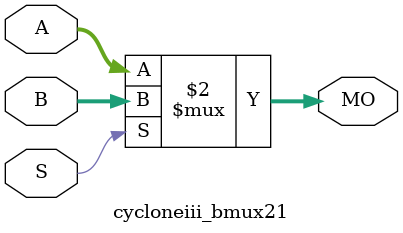
<source format=v>
module cycloneiii_bmux21 (MO, A, B, S);
   input [15:0] A, B;
   input 	S;
   output [15:0] MO; 
   assign MO = (S == 1) ? B : A; 
endmodule
</source>
